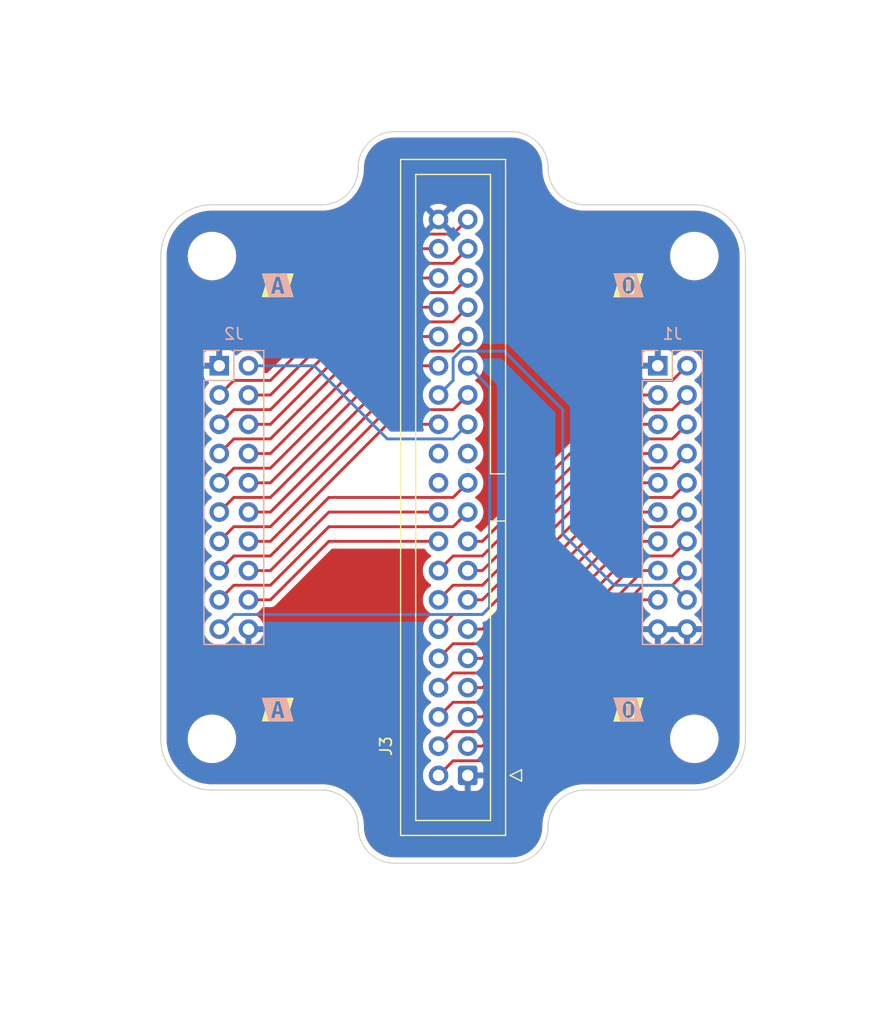
<source format=kicad_pcb>
(kicad_pcb (version 20211014) (generator pcbnew)
  (layers (0 "F.Cu" signal) (31 "B.Cu" signal) (34 "B.Paste" user) (35 "F.Paste" user) (36 "B.SilkS" user "B.Silkscreen") (37 "F.SilkS" user "F.Silkscreen") (38 "B.Mask" user) (39 "F.Mask" user) (44 "Edge.Cuts" user))
  (net 0 "")
  (net 1 "GND")
  (net 2 "/IO4A4")
  (net 3 "/IO4A5")
  (net 4 "/IO4A3")
  (net 5 "/D15")
  (net 6 "/D14")
  (net 7 "/D13")
  (net 8 "/D12")
  (net 9 "/D11")
  (net 10 "/D10")
  (net 11 "/D9")
  (net 12 "/D8")
  (net 13 "/D7")
  (net 14 "/D6")
  (net 15 "/D5")
  (net 16 "/D4")
  (net 17 "/D3")
  (net 18 "/D2")
  (net 19 "/D1")
  (net 20 "/D0")
  (net 21 "/~{WE}")
  (net 22 "/A16")
  (net 23 "/A15")
  (net 24 "/A14")
  (net 25 "/A13")
  (net 26 "/A12")
  (net 27 "/A11")
  (net 28 "/A10")
  (net 29 "/A9")
  (net 30 "/A8")
  (net 31 "/A7")
  (net 32 "/A6")
  (net 33 "/A5")
  (net 34 "/A4")
  (net 35 "/A3")
  (net 36 "/A2")
  (net 37 "/A1")
  (net 38 "/A0")
  (net 39 "/~{OE}")
  (footprint "MountingHole:MountingHole_3.2mm_M3" (layer "F.Cu") (at 133.35 115.57)
    (fp_text reference "REF**" hide)
    (fp_text value "MountingHole_3.2mm_M3")
    (pad "" np_thru_hole circle locked (at 0 0) (size 3.2 3.2) (drill 3.2) (layers *.Cu *.Mask))
  )
  (footprint "MountingHole:MountingHole_3.2mm_M3" (layer "F.Cu") (at 91.44 73.66)
    (fp_text reference "REF**" hide)
    (fp_text value "MountingHole_3.2mm_M3")
    (pad "" np_thru_hole circle locked (at 0 0) (size 3.2 3.2) (drill 3.2) (layers *.Cu *.Mask))
  )
  (footprint "kibuzzard-635AED85" (layer "F.Cu") (at 127.635 113.03)
    (fp_text reference "kibuzzard-635AED85" hide)
    (fp_text value "G***" hide)
    (fp_poly (pts (xy -0.205978 0.497681) (xy -0.179784 0.500062) (xy -0.153591 0.500062) (xy 0.014288 0.461963) (xy 0.123825 0.357188) (xy 0.183356 0.198834) (xy 0.196751 0.102691) (xy 0.201216 -0.002381) (xy 0.186928 -0.188119) (xy 0.136922 -0.347663) (xy 0.039291 -0.458391) (xy -0.120253 -0.500062) (xy -0.163116 -0.498872) (xy -0.205978 -0.492919) (xy -0.205978 0.497681)) (layer "F.SilkS") (width 0) (fill solid))
    (fp_poly (pts (xy -0.498872 -1.052513) (xy -0.310753 -0.747713) (xy -0.146447 -0.754856) (xy -0.007441 -0.744141) (xy 0.119063 -0.711994) (xy 0.230088 -0.656927) (xy 0.322659 -0.577453) (xy 0.396776 -0.473273) (xy 0.452438 -0.344091) (xy 0.487263 -0.187821) (xy 0.498872 -0.002381) (xy 0.486073 0.187226) (xy 0.447675 0.346472) (xy 0.386655 0.477143) (xy 0.305991 0.581025) (xy 0.206871 0.659309) (xy 0.090488 0.713184) (xy -0.040779 0.744438) (xy -0.184547 0.754856) (xy -0.338138 0.746522) (xy -0.498872 0.719138) (xy -0.498872 -0.719138) (xy -0.310753 -0.747713) (xy -0.498872 -1.052513) (xy -0.697309 -1.052513) (xy -1.328817 1.052513) (xy -0.697309 1.052513) (xy -0.498872 1.052513) (xy 0.498872 1.052513) (xy 0.697309 1.052513) (xy 1.328817 -1.052513) (xy 0.697309 -1.052513) (xy 0.498872 -1.052513) (xy -0.498872 -1.052513)) (layer "F.SilkS") (width 0) (fill solid))
  )
  (footprint "kibuzzard-635AED85" (layer "F.Cu") (at 127.635 76.2)
    (fp_text reference "kibuzzard-635AED85" hide)
    (fp_text value "G***" hide)
    (fp_poly (pts (xy -0.205978 0.497681) (xy -0.179784 0.500062) (xy -0.153591 0.500062) (xy 0.014288 0.461963) (xy 0.123825 0.357188) (xy 0.183356 0.198834) (xy 0.196751 0.102691) (xy 0.201216 -0.002381) (xy 0.186928 -0.188119) (xy 0.136922 -0.347663) (xy 0.039291 -0.458391) (xy -0.120253 -0.500062) (xy -0.163116 -0.498872) (xy -0.205978 -0.492919) (xy -0.205978 0.497681)) (layer "F.SilkS") (width 0) (fill solid))
    (fp_poly (pts (xy -0.498872 -1.052513) (xy -0.310753 -0.747713) (xy -0.146447 -0.754856) (xy -0.007441 -0.744141) (xy 0.119063 -0.711994) (xy 0.230088 -0.656927) (xy 0.322659 -0.577453) (xy 0.396776 -0.473273) (xy 0.452438 -0.344091) (xy 0.487263 -0.187821) (xy 0.498872 -0.002381) (xy 0.486073 0.187226) (xy 0.447675 0.346472) (xy 0.386655 0.477143) (xy 0.305991 0.581025) (xy 0.206871 0.659309) (xy 0.090488 0.713184) (xy -0.040779 0.744438) (xy -0.184547 0.754856) (xy -0.338138 0.746522) (xy -0.498872 0.719138) (xy -0.498872 -0.719138) (xy -0.310753 -0.747713) (xy -0.498872 -1.052513) (xy -0.697309 -1.052513) (xy -1.328817 1.052513) (xy -0.697309 1.052513) (xy -0.498872 1.052513) (xy 0.498872 1.052513) (xy 0.697309 1.052513) (xy 1.328817 -1.052513) (xy 0.697309 -1.052513) (xy 0.498872 -1.052513) (xy -0.498872 -1.052513)) (layer "F.SilkS") (width 0) (fill solid))
  )
  (footprint "MountingHole:MountingHole_3.2mm_M3" (layer "F.Cu") (at 133.35 73.66)
    (fp_text reference "REF**" hide)
    (fp_text value "MountingHole_3.2mm_M3")
    (pad "" np_thru_hole circle locked (at 0 0) (size 3.2 3.2) (drill 3.2) (layers *.Cu *.Mask))
  )
  (footprint "kibuzzard-635AED97" (layer "F.Cu") (at 97.155 76.2)
    (fp_text reference "kibuzzard-635AED97" hide)
    (fp_text value "G***" hide)
    (fp_poly (pts (xy -0.573881 -1.034653) (xy -0.25658 -0.406301) (xy -0.205234 -0.573956) (xy -0.154781 -0.736997) (xy 0.164306 -0.736997) (xy 0.216619 -0.572616) (xy 0.268784 -0.403324) (xy 0.320799 -0.229121) (xy 0.372666 -0.050006) (xy 0.413861 0.097679) (xy 0.454581 0.250222) (xy 0.494824 0.407622) (xy 0.534591 0.569881) (xy 0.573881 0.736997) (xy 0.259556 0.736997) (xy 0.1905 0.396478) (xy -0.202406 0.396478) (xy -0.269081 0.736997) (xy -0.573881 0.736997) (xy -0.531876 0.565785) (xy -0.48968 0.400764) (xy -0.447294 0.241935) (xy -0.404717 0.089297) (xy -0.36195 -0.05715) (xy -0.308818 -0.234032) (xy -0.25658 -0.406301) (xy -0.573881 -1.034653) (xy -0.772319 -1.034653) (xy -1.393111 1.034653) (xy -0.772319 1.034653) (xy -0.573881 1.034653) (xy 0.573881 1.034653) (xy 0.772319 1.034653) (xy 1.393111 -1.034653) (xy 0.772319 -1.034653) (xy 0.573881 -1.034653) (xy -0.573881 -1.034653)) (layer "F.SilkS") (width 0) (fill solid))
    (fp_poly (pts (xy -0.002381 -0.451247) (xy -0.046434 -0.292894) (xy -0.084534 -0.145256) (xy -0.117872 0.001191) (xy -0.147638 0.153591) (xy 0.140494 0.153591) (xy 0.111919 0.001191) (xy 0.079772 -0.145256) (xy 0.041672 -0.292894) (xy -0.002381 -0.451247)) (layer "F.SilkS") (width 0) (fill solid))
  )
  (footprint "kibuzzard-635AED97" (layer "F.Cu") (at 97.155 113.03)
    (fp_text reference "kibuzzard-635AED97" hide)
    (fp_text value "G***" hide)
    (fp_poly (pts (xy -0.573881 -1.034653) (xy -0.25658 -0.406301) (xy -0.205234 -0.573956) (xy -0.154781 -0.736997) (xy 0.164306 -0.736997) (xy 0.216619 -0.572616) (xy 0.268784 -0.403324) (xy 0.320799 -0.229121) (xy 0.372666 -0.050006) (xy 0.413861 0.097679) (xy 0.454581 0.250222) (xy 0.494824 0.407622) (xy 0.534591 0.569881) (xy 0.573881 0.736997) (xy 0.259556 0.736997) (xy 0.1905 0.396478) (xy -0.202406 0.396478) (xy -0.269081 0.736997) (xy -0.573881 0.736997) (xy -0.531876 0.565785) (xy -0.48968 0.400764) (xy -0.447294 0.241935) (xy -0.404717 0.089297) (xy -0.36195 -0.05715) (xy -0.308818 -0.234032) (xy -0.25658 -0.406301) (xy -0.573881 -1.034653) (xy -0.772319 -1.034653) (xy -1.393111 1.034653) (xy -0.772319 1.034653) (xy -0.573881 1.034653) (xy 0.573881 1.034653) (xy 0.772319 1.034653) (xy 1.393111 -1.034653) (xy 0.772319 -1.034653) (xy 0.573881 -1.034653) (xy -0.573881 -1.034653)) (layer "F.SilkS") (width 0) (fill solid))
    (fp_poly (pts (xy -0.002381 -0.451247) (xy -0.046434 -0.292894) (xy -0.084534 -0.145256) (xy -0.117872 0.001191) (xy -0.147638 0.153591) (xy 0.140494 0.153591) (xy 0.111919 0.001191) (xy 0.079772 -0.145256) (xy 0.041672 -0.292894) (xy -0.002381 -0.451247)) (layer "F.SilkS") (width 0) (fill solid))
  )
  (footprint "Connector_IDC:IDC-Header_2x20_P2.54mm_Vertical" (layer "F.Cu") (at 113.665 118.745 180)
    (fp_text reference "J3" (at 7.1025 2.54 90) (layer "F.SilkS"))
    (fp_text value "Conn_01x40")
    (fp_line (start -4.68 -0.5) (end -4.68 0.5) (layer "F.SilkS") (width 0.12))
    (fp_line (start -3.29 22.08) (end -1.98 22.08) (layer "F.SilkS") (width 0.12))
    (fp_line (start -1.98 52.17) (end -1.98 26.18) (layer "F.SilkS") (width 0.12))
    (fp_line (start -1.98 -3.91) (end 4.52 -3.91) (layer "F.SilkS") (width 0.12))
    (fp_line (start 5.83 -5.21) (end 5.83 53.47) (layer "F.SilkS") (width 0.12))
    (fp_line (start -3.29 -5.21) (end 5.83 -5.21) (layer "F.SilkS") (width 0.12))
    (fp_line (start 5.83 53.47) (end -3.29 53.47) (layer "F.SilkS") (width 0.12))
    (fp_line (start -1.98 26.18) (end -3.29 26.18) (layer "F.SilkS") (width 0.12))
    (fp_line (start -3.29 53.47) (end -3.29 -5.21) (layer "F.SilkS") (width 0.12))
    (fp_line (start 4.52 52.17) (end -1.98 52.17) (layer "F.SilkS") (width 0.12))
    (fp_line (start 4.52 -3.91) (end 4.52 52.17) (layer "F.SilkS") (width 0.12))
    (fp_line (start -1.98 26.18) (end -1.98 26.18) (layer "F.SilkS") (width 0.12))
    (fp_line (start -1.98 22.08) (end -1.98 -3.91) (layer "F.SilkS") (width 0.12))
    (fp_line (start -3.68 0) (end -4.68 -0.5) (layer "F.SilkS") (width 0.12))
    (fp_line (start -4.68 0.5) (end -3.68 0) (layer "F.SilkS") (width 0.12))
    (pad "1" thru_hole roundrect locked (at 0 0 180) (size 1.7 1.7) (drill 1) (layers *.Cu *.Mask) (roundrect_rratio 0.147059) (net 1 "GND"))
    (pad "2" thru_hole circle locked (at 2.54 0 180) (size 1.7 1.7) (drill 1) (layers *.Cu *.Mask) (net 20 "/D0"))
    (pad "3" thru_hole circle locked (at 0 2.54 180) (size 1.7 1.7) (drill 1) (layers *.Cu *.Mask) (net 19 "/D1"))
    (pad "4" thru_hole circle locked (at 2.54 2.54 180) (size 1.7 1.7) (drill 1) (layers *.Cu *.Mask) (net 18 "/D2"))
    (pad "5" thru_hole circle locked (at 0 5.08 180) (size 1.7 1.7) (drill 1) (layers *.Cu *.Mask) (net 17 "/D3"))
    (pad "6" thru_hole circle locked (at 2.54 5.08 180) (size 1.7 1.7) (drill 1) (layers *.Cu *.Mask) (net 16 "/D4"))
    (pad "7" thru_hole circle locked (at 0 7.62 180) (size 1.7 1.7) (drill 1) (layers *.Cu *.Mask) (net 15 "/D5"))
    (pad "8" thru_hole circle locked (at 2.54 7.62 180) (size 1.7 1.7) (drill 1) (layers *.Cu *.Mask) (net 14 "/D6"))
    (pad "9" thru_hole circle locked (at 0 10.16 180) (size 1.7 1.7) (drill 1) (layers *.Cu *.Mask) (net 13 "/D7"))
    (pad "10" thru_hole circle locked (at 2.54 10.16 180) (size 1.7 1.7) (drill 1) (layers *.Cu *.Mask) (net 12 "/D8"))
    (pad "11" thru_hole circle locked (at 0 12.7 180) (size 1.7 1.7) (drill 1) (layers *.Cu *.Mask) (net 11 "/D9"))
    (pad "12" thru_hole circle locked (at 2.54 12.7 180) (size 1.7 1.7) (drill 1) (layers *.Cu *.Mask) (net 10 "/D10"))
    (pad "13" thru_hole circle locked (at 0 15.24 180) (size 1.7 1.7) (drill 1) (layers *.Cu *.Mask) (net 9 "/D11"))
    (pad "14" thru_hole circle locked (at 2.54 15.24 180) (size 1.7 1.7) (drill 1) (layers *.Cu *.Mask) (net 8 "/D12"))
    (pad "15" thru_hole circle locked (at 0 17.78 180) (size 1.7 1.7) (drill 1) (layers *.Cu *.Mask) (net 7 "/D13"))
    (pad "16" thru_hole circle locked (at 2.54 17.78 180) (size 1.7 1.7) (drill 1) (layers *.Cu *.Mask) (net 6 "/D14"))
    (pad "17" thru_hole circle locked (at 0 20.32 180) (size 1.7 1.7) (drill 1) (layers *.Cu *.Mask) (net 5 "/D15"))
    (pad "18" thru_hole circle locked (at 2.54 20.32 180) (size 1.7 1.7) (drill 1) (layers *.Cu *.Mask) (net 38 "/A0"))
    (pad "19" thru_hole circle locked (at 0 22.86 180) (size 1.7 1.7) (drill 1) (layers *.Cu *.Mask) (net 37 "/A1"))
    (pad "20" thru_hole circle locked (at 2.54 22.86 180) (size 1.7 1.7) (drill 1) (layers *.Cu *.Mask) (net 36 "/A2"))
    (pad "21" thru_hole circle locked (at 0 25.4 180) (size 1.7 1.7) (drill 1) (layers *.Cu *.Mask) (net 35 "/A3"))
    (pad "22" thru_hole circle locked (at 2.54 25.4 180) (size 1.7 1.7) (drill 1) (layers *.Cu *.Mask) (net 3 "/IO4A5"))
    (pad "23" thru_hole circle locked (at 0 27.94 180) (size 1.7 1.7) (drill 1) (layers *.Cu *.Mask) (net 2 "/IO4A4"))
    (pad "24" thru_hole circle locked (at 2.54 27.94 180) (size 1.7 1.7) (drill 1) (layers *.Cu *.Mask) (net 4 "/IO4A3"))
    (pad "25" thru_hole circle locked (at 0 30.48 180) (size 1.7 1.7) (drill 1) (layers *.Cu *.Mask) (net 22 "/A16"))
    (pad "26" thru_hole circle locked (at 2.54 30.48 180) (size 1.7 1.7) (drill 1) (layers *.Cu *.Mask) (net 34 "/A4"))
    (pad "27" thru_hole circle locked (at 0 33.02 180) (size 1.7 1.7) (drill 1) (layers *.Cu *.Mask) (net 33 "/A5"))
    (pad "28" thru_hole circle locked (at 2.54 33.02 180) (size 1.7 1.7) (drill 1) (layers *.Cu *.Mask) (net 21 "/~{WE}"))
    (pad "29" thru_hole circle locked (at 0 35.56 180) (size 1.7 1.7) (drill 1) (layers *.Cu *.Mask) (net 39 "/~{OE}"))
    (pad "30" thru_hole circle locked (at 2.54 35.56 180) (size 1.7 1.7) (drill 1) (layers *.Cu *.Mask) (net 32 "/A6"))
    (pad "31" thru_hole circle locked (at 0 38.1 180) (size 1.7 1.7) (drill 1) (layers *.Cu *.Mask) (net 31 "/A7"))
    (pad "32" thru_hole circle locked (at 2.54 38.1 180) (size 1.7 1.7) (drill 1) (layers *.Cu *.Mask) (net 30 "/A8"))
    (pad "33" thru_hole circle locked (at 0 40.64 180) (size 1.7 1.7) (drill 1) (layers *.Cu *.Mask) (net 29 "/A9"))
    (pad "34" thru_hole circle locked (at 2.54 40.64 180) (size 1.7 1.7) (drill 1) (layers *.Cu *.Mask) (net 28 "/A10"))
    (pad "35" thru_hole circle locked (at 0 43.18 180) (size 1.7 1.7) (drill 1) (layers *.Cu *.Mask) (net 27 "/A11"))
    (pad "36" thru_hole circle locked (at 2.54 43.18 180) (size 1.7 1.7) (drill 1) (layers *.Cu *.Mask) (net 26 "/A12"))
    (pad "37" thru_hole circle locked (at 0 45.72 180) (size 1.7 1.7) (drill 1) (layers *.Cu *.Mask) (net 25 "/A13"))
    (pad "38" thru_hole circle locked (at 2.54 45.72 180) (size 1.7 1.7) (drill 1) (layers *.Cu *.Mask) (net 24 "/A14"))
    (pad "39" thru_hole circle locked (at 0 48.26 180) (size 1.7 1.7) (drill 1) (layers *.Cu *.Mask) (net 23 "/A15"))
    (pad "40" thru_hole circle locked (at 2.54 48.26 180) (size 1.7 1.7) (drill 1) (layers *.Cu *.Mask) (net 1 "GND"))
  )
  (footprint "MountingHole:MountingHole_3.2mm_M3" (layer "F.Cu") (at 91.44 115.57)
    (fp_text reference "REF**" hide)
    (fp_text value "MountingHole_3.2mm_M3")
    (pad "" np_thru_hole circle locked (at 0 0) (size 3.2 3.2) (drill 3.2) (layers *.Cu *.Mask))
  )
  (footprint "kibuzzard-635AED85" (layer "B.Cu") (at 127.635 113.03 180)
    (fp_text reference "kibuzzard-635AED85" hide)
    (fp_text value "G***" hide)
    (fp_poly (pts (xy -0.205978 -0.497681) (xy -0.179784 -0.500062) (xy -0.153591 -0.500062) (xy 0.014288 -0.461963) (xy 0.123825 -0.357188) (xy 0.183356 -0.198834) (xy 0.196751 -0.102691) (xy 0.201216 0.002381) (xy 0.186928 0.188119) (xy 0.136922 0.347663) (xy 0.039291 0.458391) (xy -0.120253 0.500062) (xy -0.163116 0.498872) (xy -0.205978 0.492919) (xy -0.205978 -0.497681)) (layer "B.SilkS") (width 0) (fill solid))
    (fp_poly (pts (xy -0.498872 1.052513) (xy -0.310753 0.747713) (xy -0.146447 0.754856) (xy -0.007441 0.744141) (xy 0.119063 0.711994) (xy 0.230088 0.656927) (xy 0.322659 0.577453) (xy 0.396776 0.473273) (xy 0.452438 0.344091) (xy 0.487263 0.187821) (xy 0.498872 0.002381) (xy 0.486073 -0.187226) (xy 0.447675 -0.346472) (xy 0.386655 -0.477143) (xy 0.305991 -0.581025) (xy 0.206871 -0.659309) (xy 0.090488 -0.713184) (xy -0.040779 -0.744438) (xy -0.184547 -0.754856) (xy -0.338138 -0.746522) (xy -0.498872 -0.719138) (xy -0.498872 0.719138) (xy -0.310753 0.747713) (xy -0.498872 1.052513) (xy -0.697309 1.052513) (xy -1.328817 -1.052513) (xy -0.697309 -1.052513) (xy -0.498872 -1.052513) (xy 0.498872 -1.052513) (xy 0.697309 -1.052513) (xy 1.328817 1.052513) (xy 0.697309 1.052513) (xy 0.498872 1.052513) (xy -0.498872 1.052513)) (layer "B.SilkS") (width 0) (fill solid))
  )
  (footprint "kibuzzard-635AED85" (layer "B.Cu") (at 127.635 76.2 180)
    (fp_text reference "kibuzzard-635AED85" hide)
    (fp_text value "G***" hide)
    (fp_poly (pts (xy -0.205978 -0.497681) (xy -0.179784 -0.500062) (xy -0.153591 -0.500062) (xy 0.014288 -0.461963) (xy 0.123825 -0.357188) (xy 0.183356 -0.198834) (xy 0.196751 -0.102691) (xy 0.201216 0.002381) (xy 0.186928 0.188119) (xy 0.136922 0.347663) (xy 0.039291 0.458391) (xy -0.120253 0.500062) (xy -0.163116 0.498872) (xy -0.205978 0.492919) (xy -0.205978 -0.497681)) (layer "B.SilkS") (width 0) (fill solid))
    (fp_poly (pts (xy -0.498872 1.052513) (xy -0.310753 0.747713) (xy -0.146447 0.754856) (xy -0.007441 0.744141) (xy 0.119063 0.711994) (xy 0.230088 0.656927) (xy 0.322659 0.577453) (xy 0.396776 0.473273) (xy 0.452438 0.344091) (xy 0.487263 0.187821) (xy 0.498872 0.002381) (xy 0.486073 -0.187226) (xy 0.447675 -0.346472) (xy 0.386655 -0.477143) (xy 0.305991 -0.581025) (xy 0.206871 -0.659309) (xy 0.090488 -0.713184) (xy -0.040779 -0.744438) (xy -0.184547 -0.754856) (xy -0.338138 -0.746522) (xy -0.498872 -0.719138) (xy -0.498872 0.719138) (xy -0.310753 0.747713) (xy -0.498872 1.052513) (xy -0.697309 1.052513) (xy -1.328817 -1.052513) (xy -0.697309 -1.052513) (xy -0.498872 -1.052513) (xy 0.498872 -1.052513) (xy 0.697309 -1.052513) (xy 1.328817 1.052513) (xy 0.697309 1.052513) (xy 0.498872 1.052513) (xy -0.498872 1.052513)) (layer "B.SilkS") (width 0) (fill solid))
  )
  (footprint "kibuzzard-635AED97" (layer "B.Cu") (at 97.155 76.2 180)
    (fp_text reference "kibuzzard-635AED97" hide)
    (fp_text value "G***" hide)
    (fp_poly (pts (xy -0.573881 1.034653) (xy -0.25658 0.406301) (xy -0.205234 0.573956) (xy -0.154781 0.736997) (xy 0.164306 0.736997) (xy 0.216619 0.572616) (xy 0.268784 0.403324) (xy 0.320799 0.229121) (xy 0.372666 0.050006) (xy 0.413861 -0.097679) (xy 0.454581 -0.250222) (xy 0.494824 -0.407622) (xy 0.534591 -0.569881) (xy 0.573881 -0.736997) (xy 0.259556 -0.736997) (xy 0.1905 -0.396478) (xy -0.202406 -0.396478) (xy -0.269081 -0.736997) (xy -0.573881 -0.736997) (xy -0.531876 -0.565785) (xy -0.48968 -0.400764) (xy -0.447294 -0.241935) (xy -0.404717 -0.089297) (xy -0.36195 0.05715) (xy -0.308818 0.234032) (xy -0.25658 0.406301) (xy -0.573881 1.034653) (xy -0.772319 1.034653) (xy -1.393111 -1.034653) (xy -0.772319 -1.034653) (xy -0.573881 -1.034653) (xy 0.573881 -1.034653) (xy 0.772319 -1.034653) (xy 1.393111 1.034653) (xy 0.772319 1.034653) (xy 0.573881 1.034653) (xy -0.573881 1.034653)) (layer "B.SilkS") (width 0) (fill solid))
    (fp_poly (pts (xy -0.002381 0.451247) (xy -0.046434 0.292894) (xy -0.084534 0.145256) (xy -0.117872 -0.001191) (xy -0.147638 -0.153591) (xy 0.140494 -0.153591) (xy 0.111919 -0.001191) (xy 0.079772 0.145256) (xy 0.041672 0.292894) (xy -0.002381 0.451247)) (layer "B.SilkS") (width 0) (fill solid))
  )
  (footprint "kibuzzard-635AED97" (layer "B.Cu") (at 97.155 113.03 180)
    (fp_text reference "kibuzzard-635AED97" hide)
    (fp_text value "G***" hide)
    (fp_poly (pts (xy -0.573881 1.034653) (xy -0.25658 0.406301) (xy -0.205234 0.573956) (xy -0.154781 0.736997) (xy 0.164306 0.736997) (xy 0.216619 0.572616) (xy 0.268784 0.403324) (xy 0.320799 0.229121) (xy 0.372666 0.050006) (xy 0.413861 -0.097679) (xy 0.454581 -0.250222) (xy 0.494824 -0.407622) (xy 0.534591 -0.569881) (xy 0.573881 -0.736997) (xy 0.259556 -0.736997) (xy 0.1905 -0.396478) (xy -0.202406 -0.396478) (xy -0.269081 -0.736997) (xy -0.573881 -0.736997) (xy -0.531876 -0.565785) (xy -0.48968 -0.400764) (xy -0.447294 -0.241935) (xy -0.404717 -0.089297) (xy -0.36195 0.05715) (xy -0.308818 0.234032) (xy -0.25658 0.406301) (xy -0.573881 1.034653) (xy -0.772319 1.034653) (xy -1.393111 -1.034653) (xy -0.772319 -1.034653) (xy -0.573881 -1.034653) (xy 0.573881 -1.034653) (xy 0.772319 -1.034653) (xy 1.393111 1.034653) (xy 0.772319 1.034653) (xy 0.573881 1.034653) (xy -0.573881 1.034653)) (layer "B.SilkS") (width 0) (fill solid))
    (fp_poly (pts (xy -0.002381 0.451247) (xy -0.046434 0.292894) (xy -0.084534 0.145256) (xy -0.117872 -0.001191) (xy -0.147638 -0.153591) (xy 0.140494 -0.153591) (xy 0.111919 -0.001191) (xy 0.079772 0.145256) (xy 0.041672 0.292894) (xy -0.002381 0.451247)) (layer "B.SilkS") (width 0) (fill solid))
  )
  (footprint "Connector_PinSocket_2.54mm:PinSocket_2x10_P2.54mm_Vertical" (layer "B.Cu") (at 130.175 83.185 180)
    (fp_text reference "J1" (at -1.27 2.77) (layer "B.SilkS") (effects (justify mirror)))
    (fp_text value "Conn_01x20")
    (fp_line (start 1.33 1.33) (end 1.33 0) (layer "B.SilkS") (width 0.12))
    (fp_line (start -3.87 -24.19) (end 1.33 -24.19) (layer "B.SilkS") (width 0.12))
    (fp_line (start -3.87 1.33) (end -1.27 1.33) (layer "B.SilkS") (width 0.12))
    (fp_line (start 1.33 -1.27) (end 1.33 -24.19) (layer "B.SilkS") (width 0.12))
    (fp_line (start -3.87 1.33) (end -3.87 -24.19) (layer "B.SilkS") (width 0.12))
    (fp_line (start -1.27 -1.27) (end 1.33 -1.27) (layer "B.SilkS") (width 0.12))
    (fp_line (start 0 1.33) (end 1.33 1.33) (layer "B.SilkS") (width 0.12))
    (fp_line (start -1.27 1.33) (end -1.27 -1.27) (layer "B.SilkS") (width 0.12))
    (pad "1" thru_hole rect locked (at 0 0 180) (size 1.7 1.7) (drill 1) (layers *.Cu *.Mask) (net 1 "GND"))
    (pad "2" thru_hole oval locked (at -2.54 0 180) (size 1.7 1.7) (drill 1) (layers *.Cu *.Mask) (net 5 "/D15"))
    (pad "3" thru_hole oval locked (at 0 -2.54 180) (size 1.7 1.7) (drill 1) (layers *.Cu *.Mask) (net 6 "/D14"))
    (pad "4" thru_hole oval locked (at -2.54 -2.54 180) (size 1.7 1.7) (drill 1) (layers *.Cu *.Mask) (net 7 "/D13"))
    (pad "5" thru_hole oval locked (at 0 -5.08 180) (size 1.7 1.7) (drill 1) (layers *.Cu *.Mask) (net 8 "/D12"))
    (pad "6" thru_hole oval locked (at -2.54 -5.08 180) (size 1.7 1.7) (drill 1) (layers *.Cu *.Mask) (net 9 "/D11"))
    (pad "7" thru_hole oval locked (at 0 -7.62 180) (size 1.7 1.7) (drill 1) (layers *.Cu *.Mask) (net 10 "/D10"))
    (pad "8" thru_hole oval locked (at -2.54 -7.62 180) (size 1.7 1.7) (drill 1) (layers *.Cu *.Mask) (net 11 "/D9"))
    (pad "9" thru_hole oval locked (at 0 -10.16 180) (size 1.7 1.7) (drill 1) (layers *.Cu *.Mask) (net 12 "/D8"))
    (pad "10" thru_hole oval locked (at -2.54 -10.16 180) (size 1.7 1.7) (drill 1) (layers *.Cu *.Mask) (net 13 "/D7"))
    (pad "11" thru_hole oval locked (at 0 -12.7 180) (size 1.7 1.7) (drill 1) (layers *.Cu *.Mask) (net 14 "/D6"))
    (pad "12" thru_hole oval locked (at -2.54 -12.7 180) (size 1.7 1.7) (drill 1) (layers *.Cu *.Mask) (net 15 "/D5"))
    (pad "13" thru_hole oval locked (at 0 -15.24 180) (size 1.7 1.7) (drill 1) (layers *.Cu *.Mask) (net 16 "/D4"))
    (pad "14" thru_hole oval locked (at -2.54 -15.24 180) (size 1.7 1.7) (drill 1) (layers *.Cu *.Mask) (net 17 "/D3"))
    (pad "15" thru_hole oval locked (at 0 -17.78 180) (size 1.7 1.7) (drill 1) (layers *.Cu *.Mask) (net 18 "/D2"))
    (pad "16" thru_hole oval locked (at -2.54 -17.78 180) (size 1.7 1.7) (drill 1) (layers *.Cu *.Mask) (net 19 "/D1"))
    (pad "17" thru_hole oval locked (at 0 -20.32 180) (size 1.7 1.7) (drill 1) (layers *.Cu *.Mask) (net 20 "/D0"))
    (pad "18" thru_hole oval locked (at -2.54 -20.32 180) (size 1.7 1.7) (drill 1) (layers *.Cu *.Mask) (net 21 "/~{WE}"))
    (pad "19" thru_hole oval locked (at 0 -22.86 180) (size 1.7 1.7) (drill 1) (layers *.Cu *.Mask) (net 1 "GND"))
    (pad "20" thru_hole oval locked (at -2.54 -22.86 180) (size 1.7 1.7) (drill 1) (layers *.Cu *.Mask) (net 1 "GND"))
  )
  (footprint "Connector_PinSocket_2.54mm:PinSocket_2x10_P2.54mm_Vertical" (layer "B.Cu") (at 92.075 83.185 180)
    (fp_text reference "J2" (at -1.27 2.77) (layer "B.SilkS") (effects (justify mirror)))
    (fp_text value "Conn_01x20")
    (fp_line (start -1.27 -1.27) (end 1.33 -1.27) (layer "B.SilkS") (width 0.12))
    (fp_line (start 1.33 -1.27) (end 1.33 -24.19) (layer "B.SilkS") (width 0.12))
    (fp_line (start 1.33 1.33) (end 1.33 0) (layer "B.SilkS") (width 0.12))
    (fp_line (start -3.87 1.33) (end -1.27 1.33) (layer "B.SilkS") (width 0.12))
    (fp_line (start 0 1.33) (end 1.33 1.33) (layer "B.SilkS") (width 0.12))
    (fp_line (start -3.87 1.33) (end -3.87 -24.19) (layer "B.SilkS") (width 0.12))
    (fp_line (start -1.27 1.33) (end -1.27 -1.27) (layer "B.SilkS") (width 0.12))
    (fp_line (start -3.87 -24.19) (end 1.33 -24.19) (layer "B.SilkS") (width 0.12))
    (pad "1" thru_hole rect locked (at 0 0 180) (size 1.7 1.7) (drill 1) (layers *.Cu *.Mask) (net 1 "GND"))
    (pad "2" thru_hole oval locked (at -2.54 0 180) (size 1.7 1.7) (drill 1) (layers *.Cu *.Mask) (net 22 "/A16"))
    (pad "3" thru_hole oval locked (at 0 -2.54 180) (size 1.7 1.7) (drill 1) (layers *.Cu *.Mask) (net 23 "/A15"))
    (pad "4" thru_hole oval locked (at -2.54 -2.54 180) (size 1.7 1.7) (drill 1) (layers *.Cu *.Mask) (net 24 "/A14"))
    (pad "5" thru_hole oval locked (at 0 -5.08 180) (size 1.7 1.7) (drill 1) (layers *.Cu *.Mask) (net 25 "/A13"))
    (pad "6" thru_hole oval locked (at -2.54 -5.08 180) (size 1.7 1.7) (drill 1) (layers *.Cu *.Mask) (net 26 "/A12"))
    (pad "7" thru_hole oval locked (at 0 -7.62 180) (size 1.7 1.7) (drill 1) (layers *.Cu *.Mask) (net 27 "/A11"))
    (pad "8" thru_hole oval locked (at -2.54 -7.62 180) (size 1.7 1.7) (drill 1) (layers *.Cu *.Mask) (net 28 "/A10"))
    (pad "9" thru_hole oval locked (at 0 -10.16 180) (size 1.7 1.7) (drill 1) (layers *.Cu *.Mask) (net 29 "/A9"))
    (pad "10" thru_hole oval locked (at -2.54 -10.16 180) (size 1.7 1.7) (drill 1) (layers *.Cu *.Mask) (net 30 "/A8"))
    (pad "11" thru_hole oval locked (at 0 -12.7 180) (size 1.7 1.7) (drill 1) (layers *.Cu *.Mask) (net 31 "/A7"))
    (pad "12" thru_hole oval locked (at -2.54 -12.7 180) (size 1.7 1.7) (drill 1) (layers *.Cu *.Mask) (net 32 "/A6"))
    (pad "13" thru_hole oval locked (at 0 -15.24 180) (size 1.7 1.7) (drill 1) (layers *.Cu *.Mask) (net 33 "/A5"))
    (pad "14" thru_hole oval locked (at -2.54 -15.24 180) (size 1.7 1.7) (drill 1) (layers *.Cu *.Mask) (net 34 "/A4"))
    (pad "15" thru_hole oval locked (at 0 -17.78 180) (size 1.7 1.7) (drill 1) (layers *.Cu *.Mask) (net 35 "/A3"))
    (pad "16" thru_hole oval locked (at -2.54 -17.78 180) (size 1.7 1.7) (drill 1) (layers *.Cu *.Mask) (net 36 "/A2"))
    (pad "17" thru_hole oval locked (at 0 -20.32 180) (size 1.7 1.7) (drill 1) (layers *.Cu *.Mask) (net 37 "/A1"))
    (pad "18" thru_hole oval locked (at -2.54 -20.32 180) (size 1.7 1.7) (drill 1) (layers *.Cu *.Mask) (net 38 "/A0"))
    (pad "19" thru_hole oval locked (at 0 -22.86 180) (size 1.7 1.7) (drill 1) (layers *.Cu *.Mask) (net 39 "/~{OE}"))
    (pad "20" thru_hole oval locked (at -2.54 -22.86 180) (size 1.7 1.7) (drill 1) (layers *.Cu *.Mask) (net 1 "GND"))
  )
  (gr_arc (start 100.965 120.015) (mid 103.210064 120.944936) (end 104.14 123.19) (layer "Edge.Cuts") (width 0.1))
  (gr_line (start 107.315 126.365) (end 117.475 126.365) (layer "Edge.Cuts") (width 0.1))
  (gr_line (start 123.825 120.015) (end 133.35 120.015) (layer "Edge.Cuts") (width 0.1))
  (gr_line (start 86.995001 73.660001) (end 86.995 115.57) (layer "Edge.Cuts") (width 0.1))
  (gr_arc (start 104.14 66.04) (mid 103.210064 68.285064) (end 100.965 69.215) (layer "Edge.Cuts") (width 0.1))
  (gr_arc (start 133.35 69.215001) (mid 136.49309 70.516911) (end 137.795 73.660001) (layer "Edge.Cuts") (width 0.1))
  (gr_line (start 137.795 115.57) (end 137.795 73.660001) (layer "Edge.Cuts") (width 0.1))
  (gr_arc (start 117.475 62.865) (mid 119.720064 63.794936) (end 120.65 66.04) (layer "Edge.Cuts") (width 0.1))
  (gr_arc (start 120.65 123.19) (mid 119.720064 125.435064) (end 117.475 126.365) (layer "Edge.Cuts") (width 0.1))
  (gr_line (start 117.475 62.865) (end 107.315 62.865) (layer "Edge.Cuts") (width 0.1))
  (gr_arc (start 104.14 66.04) (mid 105.069936 63.794936) (end 107.315 62.865) (layer "Edge.Cuts") (width 0.1))
  (gr_arc (start 86.995001 73.660001) (mid 88.296911 70.516911) (end 91.440001 69.215001) (layer "Edge.Cuts") (width 0.1))
  (gr_line (start 100.965 69.215) (end 91.44 69.215) (layer "Edge.Cuts") (width 0.1))
  (gr_arc (start 91.44 120.015) (mid 88.29691 118.71309) (end 86.995 115.57) (layer "Edge.Cuts") (width 0.1))
  (gr_arc (start 137.795 115.57) (mid 136.49309 118.71309) (end 133.35 120.015) (layer "Edge.Cuts") (width 0.1))
  (gr_arc (start 107.315 126.365) (mid 105.069936 125.435064) (end 104.14 123.19) (layer "Edge.Cuts") (width 0.1))
  (gr_line (start 133.35 69.215) (end 123.825 69.215) (layer "Edge.Cuts") (width 0.1))
  (gr_line (start 91.44 120.015) (end 100.965 120.015) (layer "Edge.Cuts") (width 0.1))
  (gr_arc (start 120.65 123.19) (mid 121.579936 120.944936) (end 123.825 120.015) (layer "Edge.Cuts") (width 0.1))
  (gr_arc (start 123.825 69.215) (mid 121.579936 68.285064) (end 120.65 66.04) (layer "Edge.Cuts") (width 0.1))
  (segment (start 113.665 98.425) (end 114.935 98.425) (width 0.25) (layer "F.Cu") (net 5))
  (segment (start 114.935 98.425) (end 128.905 84.455) (width 0.25) (layer "F.Cu") (net 5))
  (segment (start 128.905 84.455) (end 131.445 84.455) (width 0.25) (layer "F.Cu") (net 5))
  (segment (start 131.445 84.455) (end 132.715 83.185) (width 0.25) (layer "F.Cu") (net 5))
  (segment (start 128.905 85.725) (end 114.935 99.695) (width 0.25) (layer "F.Cu") (net 6))
  (segment (start 111.125 100.965) (end 112.395 99.695) (width 0.25) (layer "F.Cu") (net 6))
  (segment (start 114.935 99.695) (end 112.395 99.695) (width 0.25) (layer "F.Cu") (net 6))
  (segment (start 130.175 85.725) (end 128.905 85.725) (width 0.25) (layer "F.Cu") (net 6))
  (segment (start 114.935 100.965) (end 128.905 86.995) (width 0.25) (layer "F.Cu") (net 7))
  (segment (start 113.665 100.965) (end 114.935 100.965) (width 0.25) (layer "F.Cu") (net 7))
  (segment (start 128.905 86.995) (end 131.445 86.995) (width 0.25) (layer "F.Cu") (net 7))
  (segment (start 131.445 86.995) (end 132.715 85.725) (width 0.25) (layer "F.Cu") (net 7))
  (segment (start 112.395 102.235) (end 114.935 102.235) (width 0.25) (layer "F.Cu") (net 8))
  (segment (start 114.935 102.235) (end 128.905 88.265) (width 0.25) (layer "F.Cu") (net 8))
  (segment (start 111.125 103.505) (end 112.395 102.235) (width 0.25) (layer "F.Cu") (net 8))
  (segment (start 128.905 88.265) (end 130.175 88.265) (width 0.25) (layer "F.Cu") (net 8))
  (segment (start 113.665 103.505) (end 114.935 103.505) (width 0.25) (layer "F.Cu") (net 9))
  (segment (start 131.445 89.535) (end 132.715 88.265) (width 0.25) (layer "F.Cu") (net 9))
  (segment (start 114.935 103.505) (end 128.905 89.535) (width 0.25) (layer "F.Cu") (net 9))
  (segment (start 128.905 89.535) (end 131.445 89.535) (width 0.25) (layer "F.Cu") (net 9))
  (segment (start 128.905 90.805) (end 130.175 90.805) (width 0.25) (layer "F.Cu") (net 10))
  (segment (start 111.125 106.045) (end 112.395 104.775) (width 0.25) (layer "F.Cu") (net 10))
  (segment (start 114.935 104.775) (end 128.905 90.805) (width 0.25) (layer "F.Cu") (net 10))
  (segment (start 112.395 104.775) (end 114.935 104.775) (width 0.25) (layer "F.Cu") (net 10))
  (segment (start 113.665 106.045) (end 114.935 106.045) (width 0.25) (layer "F.Cu") (net 11))
  (segment (start 128.905 92.075) (end 131.445 92.075) (width 0.25) (layer "F.Cu") (net 11))
  (segment (start 114.935 106.045) (end 128.905 92.075) (width 0.25) (layer "F.Cu") (net 11))
  (segment (start 131.445 92.075) (end 132.715 90.805) (width 0.25) (layer "F.Cu") (net 11))
  (segment (start 112.395 107.315) (end 114.935 107.315) (width 0.25) (layer "F.Cu") (net 12))
  (segment (start 114.935 107.315) (end 128.905 93.345) (width 0.25) (layer "F.Cu") (net 12))
  (segment (start 111.125 108.585) (end 112.395 107.315) (width 0.25) (layer "F.Cu") (net 12))
  (segment (start 128.905 93.345) (end 130.175 93.345) (width 0.25) (layer "F.Cu") (net 12))
  (segment (start 128.905 94.615) (end 131.445 94.615) (width 0.25) (layer "F.Cu") (net 13))
  (segment (start 131.445 94.615) (end 132.715 93.345) (width 0.25) (layer "F.Cu") (net 13))
  (segment (start 113.665 108.585) (end 114.935 108.585) (width 0.25) (layer "F.Cu") (net 13))
  (segment (start 114.935 108.585) (end 128.905 94.615) (width 0.25) (layer "F.Cu") (net 13))
  (segment (start 112.395 109.855) (end 114.935 109.855) (width 0.25) (layer "F.Cu") (net 14))
  (segment (start 114.935 109.855) (end 128.905 95.885) (width 0.25) (layer "F.Cu") (net 14))
  (segment (start 111.125 111.125) (end 112.395 109.855) (width 0.25) (layer "F.Cu") (net 14))
  (segment (start 128.905 95.885) (end 130.175 95.885) (width 0.25) (layer "F.Cu") (net 14))
  (segment (start 113.665 111.125) (end 114.935 111.125) (width 0.25) (layer "F.Cu") (net 15))
  (segment (start 114.935 111.125) (end 128.905 97.155) (width 0.25) (layer "F.Cu") (net 15))
  (segment (start 131.445 97.155) (end 132.715 95.885) (width 0.25) (layer "F.Cu") (net 15))
  (segment (start 128.905 97.155) (end 131.445 97.155) (width 0.25) (layer "F.Cu") (net 15))
  (segment (start 114.935 112.395) (end 128.905 98.425) (width 0.25) (layer "F.Cu") (net 16))
  (segment (start 128.905 98.425) (end 130.175 98.425) (width 0.25) (layer "F.Cu") (net 16))
  (segment (start 111.125 113.665) (end 112.395 112.395) (width 0.25) (layer "F.Cu") (net 16))
  (segment (start 112.395 112.395) (end 114.935 112.395) (width 0.25) (layer "F.Cu") (net 16))
  (segment (start 131.445 99.695) (end 132.715 98.425) (width 0.25) (layer "F.Cu") (net 17))
  (segment (start 128.905 99.695) (end 131.445 99.695) (width 0.25) (layer "F.Cu") (net 17))
  (segment (start 113.665 113.665) (end 114.935 113.665) (width 0.25) (layer "F.Cu") (net 17))
  (segment (start 114.935 113.665) (end 128.905 99.695) (width 0.25) (layer "F.Cu") (net 17))
  (segment (start 128.905 100.965) (end 130.175 100.965) (width 0.25) (layer "F.Cu") (net 18))
  (segment (start 111.125 116.205) (end 112.395 114.935) (width 0.25) (layer "F.Cu") (net 18))
  (segment (start 112.395 114.935) (end 114.935 114.935) (width 0.25) (layer "F.Cu") (net 18))
  (segment (start 114.935 114.935) (end 128.905 100.965) (width 0.25) (layer "F.Cu") (net 18))
  (segment (start 128.905 102.235) (end 131.445 102.235) (width 0.25) (layer "F.Cu") (net 19))
  (segment (start 131.445 102.235) (end 132.715 100.965) (width 0.25) (layer "F.Cu") (net 19))
  (segment (start 113.665 116.205) (end 114.935 116.205) (width 0.25) (layer "F.Cu") (net 19))
  (segment (start 114.935 116.205) (end 128.905 102.235) (width 0.25) (layer "F.Cu") (net 19))
  (segment (start 128.905 103.505) (end 130.175 103.505) (width 0.25) (layer "F.Cu") (net 20))
  (segment (start 111.125 118.745) (end 112.395 117.475) (width 0.25) (layer "F.Cu") (net 20))
  (segment (start 114.935 117.475) (end 128.905 103.505) (width 0.25) (layer "F.Cu") (net 20))
  (segment (start 112.395 117.475) (end 114.935 117.475) (width 0.25) (layer "F.Cu") (net 20))
  (segment (start 111.125 85.725) (end 112.395 84.455) (width 0.25) (layer "B.Cu") (net 21))
  (segment (start 121.92 86.995) (end 121.92 97.79) (width 0.25) (layer "B.Cu") (net 21))
  (segment (start 131.445 102.235) (end 132.715 103.505) (width 0.25) (layer "B.Cu") (net 21))
  (segment (start 121.92 97.79) (end 126.365 102.235) (width 0.25) (layer "B.Cu") (net 21))
  (segment (start 112.395 84.455) (end 112.395 82.55) (width 0.25) (layer "B.Cu") (net 21))
  (segment (start 113.03 81.915) (end 116.84 81.915) (width 0.25) (layer "B.Cu") (net 21))
  (segment (start 126.365 102.235) (end 131.445 102.235) (width 0.25) (layer "B.Cu") (net 21))
  (segment (start 112.395 82.55) (end 113.03 81.915) (width 0.25) (layer "B.Cu") (net 21))
  (segment (start 116.84 81.915) (end 121.92 86.995) (width 0.25) (layer "B.Cu") (net 21))
  (segment (start 100.33 83.185) (end 94.615 83.185) (width 0.25) (layer "B.Cu") (net 22))
  (segment (start 106.68 89.535) (end 100.33 83.185) (width 0.25) (layer "B.Cu") (net 22))
  (segment (start 113.665 88.265) (end 112.395 89.535) (width 0.25) (layer "B.Cu") (net 22))
  (segment (start 112.395 89.535) (end 106.68 89.535) (width 0.25) (layer "B.Cu") (net 22))
  (segment (start 109.22 71.755) (end 112.395 71.755) (width 0.25) (layer "F.Cu") (net 23))
  (segment (start 92.075 85.725) (end 93.345 84.455) (width 0.25) (layer "F.Cu") (net 23))
  (segment (start 112.395 71.755) (end 113.665 70.485) (width 0.25) (layer "F.Cu") (net 23))
  (segment (start 96.52 84.455) (end 109.22 71.755) (width 0.25) (layer "F.Cu") (net 23))
  (segment (start 93.345 84.455) (end 96.52 84.455) (width 0.25) (layer "F.Cu") (net 23))
  (segment (start 109.22 73.025) (end 111.125 73.025) (width 0.25) (layer "F.Cu") (net 24))
  (segment (start 96.52 85.725) (end 109.22 73.025) (width 0.25) (layer "F.Cu") (net 24))
  (segment (start 94.615 85.725) (end 96.52 85.725) (width 0.25) (layer "F.Cu") (net 24))
  (segment (start 109.22 74.295) (end 112.395 74.295) (width 0.25) (layer "F.Cu") (net 25))
  (segment (start 92.075 88.265) (end 93.345 86.995) (width 0.25) (layer "F.Cu") (net 25))
  (segment (start 93.345 86.995) (end 96.52 86.995) (width 0.25) (layer "F.Cu") (net 25))
  (segment (start 112.395 74.295) (end 113.665 73.025) (width 0.25) (layer "F.Cu") (net 25))
  (segment (start 96.52 86.995) (end 109.22 74.295) (width 0.25) (layer "F.Cu") (net 25))
  (segment (start 94.615 88.265) (end 96.52 88.265) (width 0.25) (layer "F.Cu") (net 26))
  (segment (start 96.52 88.265) (end 109.22 75.565) (width 0.25) (layer "F.Cu") (net 26))
  (segment (start 109.22 75.565) (end 111.125 75.565) (width 0.25) (layer "F.Cu") (net 26))
  (segment (start 96.52 89.535) (end 109.22 76.835) (width 0.25) (layer "F.Cu") (net 27))
  (segment (start 109.22 76.835) (end 112.395 76.835) (width 0.25) (layer "F.Cu") (net 27))
  (segment (start 92.075 90.805) (end 93.345 89.535) (width 0.25) (layer "F.Cu") (net 27))
  (segment (start 112.395 76.835) (end 113.665 75.565) (width 0.25) (layer "F.Cu") (net 27))
  (segment (start 93.345 89.535) (end 96.52 89.535) (width 0.25) (layer "F.Cu") (net 27))
  (segment (start 109.22 78.105) (end 111.125 78.105) (width 0.25) (layer "F.Cu") (net 28))
  (segment (start 96.52 90.805) (end 109.22 78.105) (width 0.25) (layer "F.Cu") (net 28))
  (segment (start 94.615 90.805) (end 96.52 90.805) (width 0.25) (layer "F.Cu") (net 28))
  (segment (start 93.345 92.075) (end 96.52 92.075) (width 0.25) (layer "F.Cu") (net 29))
  (segment (start 96.52 92.075) (end 109.22 79.375) (width 0.25) (layer "F.Cu") (net 29))
  (segment (start 112.395 79.375) (end 113.665 78.105) (width 0.25) (layer "F.Cu") (net 29))
  (segment (start 109.22 79.375) (end 112.395 79.375) (width 0.25) (layer "F.Cu") (net 29))
  (segment (start 92.075 93.345) (end 93.345 92.075) (width 0.25) (layer "F.Cu") (net 29))
  (segment (start 94.615 93.345) (end 96.52 93.345) (width 0.25) (layer "F.Cu") (net 30))
  (segment (start 96.52 93.345) (end 109.22 80.645) (width 0.25) (layer "F.Cu") (net 30))
  (segment (start 109.22 80.645) (end 111.125 80.645) (width 0.25) (layer "F.Cu") (net 30))
  (segment (start 112.395 81.915) (end 113.665 80.645) (width 0.25) (layer "F.Cu") (net 31))
  (segment (start 109.22 81.915) (end 112.395 81.915) (width 0.25) (layer "F.Cu") (net 31))
  (segment (start 93.345 94.615) (end 96.52 94.615) (width 0.25) (layer "F.Cu") (net 31))
  (segment (start 96.52 94.615) (end 109.22 81.915) (width 0.25) (layer "F.Cu") (net 31))
  (segment (start 92.075 95.885) (end 93.345 94.615) (width 0.25) (layer "F.Cu") (net 31))
  (segment (start 96.52 95.885) (end 109.22 83.185) (width 0.25) (layer "F.Cu") (net 32))
  (segment (start 109.22 83.185) (end 111.125 83.185) (width 0.25) (layer "F.Cu") (net 32))
  (segment (start 94.615 95.885) (end 96.52 95.885) (width 0.25) (layer "F.Cu") (net 32))
  (segment (start 106.68 86.995) (end 112.395 86.995) (width 0.25) (layer "F.Cu") (net 33))
  (segment (start 93.345 97.155) (end 96.52 97.155) (width 0.25) (layer "F.Cu") (net 33))
  (segment (start 96.52 97.155) (end 106.68 86.995) (width 0.25) (layer "F.Cu") (net 33))
  (segment (start 92.075 98.425) (end 93.345 97.155) (width 0.25) (layer "F.Cu") (net 33))
  (segment (start 112.395 86.995) (end 113.665 85.725) (width 0.25) (layer "F.Cu") (net 33))
  (segment (start 94.615 98.425) (end 96.52 98.425) (width 0.25) (layer "F.Cu") (net 34))
  (segment (start 96.52 98.425) (end 106.68 88.265) (width 0.25) (layer "F.Cu") (net 34))
  (segment (start 106.68 88.265) (end 111.125 88.265) (width 0.25) (layer "F.Cu") (net 34))
  (segment (start 101.6 94.615) (end 112.395 94.615) (width 0.25) (layer "F.Cu") (net 35))
  (segment (start 92.075 100.965) (end 93.345 99.695) (width 0.25) (layer "F.Cu") (net 35))
  (segment (start 96.52 99.695) (end 101.6 94.615) (width 0.25) (layer "F.Cu") (net 35))
  (segment (start 93.345 99.695) (end 96.52 99.695) (width 0.25) (layer "F.Cu") (net 35))
  (segment (start 112.395 94.615) (end 113.665 93.345) (width 0.25) (layer "F.Cu") (net 35))
  (segment (start 94.615 100.965) (end 96.52 100.965) (width 0.25) (layer "F.Cu") (net 36))
  (segment (start 96.52 100.965) (end 101.6 95.885) (width 0.25) (layer "F.Cu") (net 36))
  (segment (start 101.6 95.885) (end 111.125 95.885) (width 0.25) (layer "F.Cu") (net 36))
  (segment (start 96.52 102.235) (end 101.6 97.155) (width 0.25) (layer "F.Cu") (net 37))
  (segment (start 93.345 102.235) (end 96.52 102.235) (width 0.25) (layer "F.Cu") (net 37))
  (segment (start 92.075 103.505) (end 93.345 102.235) (width 0.25) (layer "F.Cu") (net 37))
  (segment (start 101.6 97.155) (end 112.395 97.155) (width 0.25) (layer "F.Cu") (net 37))
  (segment (start 112.395 97.155) (end 113.665 95.885) (width 0.25) (layer "F.Cu") (net 37))
  (segment (start 96.52 103.505) (end 101.6 98.425) (width 0.25) (layer "F.Cu") (net 38))
  (segment (start 101.6 98.425) (end 111.125 98.425) (width 0.25) (layer "F.Cu") (net 38))
  (segment (start 94.615 103.505) (end 96.52 103.505) (width 0.25) (layer "F.Cu") (net 38))
  (segment (start 115.57 104.14) (end 114.935 104.775) (width 0.25) (layer "B.Cu") (net 39))
  (segment (start 114.935 104.775) (end 93.345 104.775) (width 0.25) (layer "B.Cu") (net 39))
  (segment (start 115.57 85.09) (end 115.57 104.14) (width 0.25) (layer "B.Cu") (net 39))
  (segment (start 113.665 83.185) (end 115.57 85.09) (width 0.25) (layer "B.Cu") (net 39))
  (segment (start 93.345 104.775) (end 92.075 106.045) (width 0.25) (layer "B.Cu") (net 39))
  (zone (net 1) (net_name "GND") (layer "F.Cu") (connect_pads (clearance 0.508)) (min_thickness 0.254) (fill yes (thermal_gap 0.508) (thermal_bridge_width 0.508))
    (polygon (pts (xy 149.225 140.335) (xy 73.025 140.335) (xy 73.025 51.435) (xy 149.225 51.435)))
  )
  (zone (net 1) (net_name "GND") (layer "B.Cu") (connect_pads (clearance 0.508)) (min_thickness 0.254) (fill yes (thermal_gap 0.508) (thermal_bridge_width 0.508))
    (polygon (pts (xy 142.875 133.985) (xy 79.375 133.985) (xy 79.375 57.785) (xy 142.875 57.785)))
  )
)
</source>
